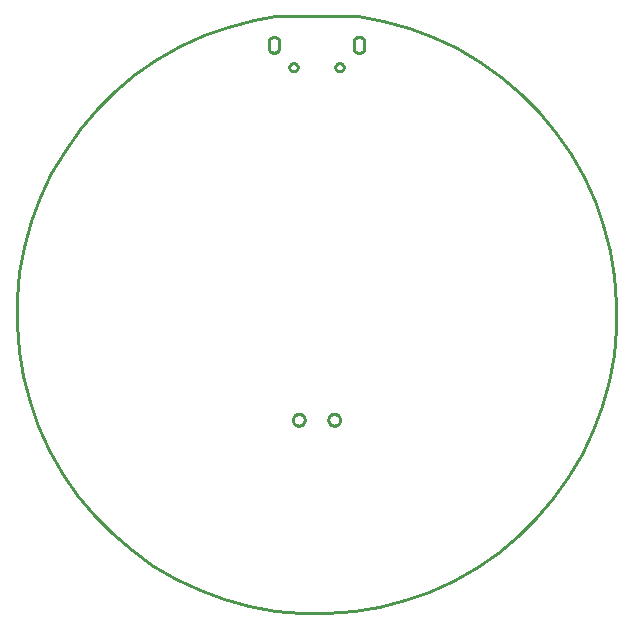
<source format=gbr>
G04 EAGLE Gerber RS-274X export*
G75*
%MOMM*%
%FSLAX34Y34*%
%LPD*%
%IN*%
%IPPOS*%
%AMOC8*
5,1,8,0,0,1.08239X$1,22.5*%
G01*
%ADD10C,0.254000*%


D10*
X-34925Y251460D02*
X-53265Y248226D01*
X-74716Y242638D01*
X-95600Y235202D01*
X-115755Y225974D01*
X-135030Y215025D01*
X-153277Y202437D01*
X-170357Y188307D01*
X-186141Y172742D01*
X-200508Y155860D01*
X-213350Y137791D01*
X-224567Y118671D01*
X-234076Y98646D01*
X-241803Y77869D01*
X-247689Y56498D01*
X-251691Y34694D01*
X-253777Y12625D01*
X-253932Y-9542D01*
X-252154Y-31638D01*
X-248457Y-53496D01*
X-242869Y-74947D01*
X-235433Y-95830D01*
X-226205Y-115986D01*
X-215256Y-135261D01*
X-202668Y-153508D01*
X-188538Y-170588D01*
X-172973Y-186372D01*
X-156091Y-200739D01*
X-138022Y-213580D01*
X-118902Y-224798D01*
X-98877Y-234306D01*
X-78100Y-242033D01*
X-56728Y-247920D01*
X-34925Y-251922D01*
X-12856Y-254008D01*
X9311Y-254163D01*
X31407Y-252385D01*
X53265Y-248688D01*
X74716Y-243100D01*
X95600Y-235664D01*
X115755Y-226436D01*
X135030Y-215487D01*
X153277Y-202899D01*
X170357Y-188769D01*
X186141Y-173204D01*
X200508Y-156322D01*
X213350Y-138253D01*
X224567Y-119133D01*
X234076Y-99108D01*
X241803Y-78331D01*
X247689Y-56959D01*
X251691Y-35156D01*
X253777Y-13087D01*
X253932Y9080D01*
X252154Y31177D01*
X248457Y53034D01*
X242869Y74485D01*
X235433Y95369D01*
X226205Y115524D01*
X215256Y134799D01*
X202668Y153046D01*
X188538Y170126D01*
X172973Y185910D01*
X156091Y200277D01*
X138022Y213119D01*
X118902Y224336D01*
X98877Y233845D01*
X78100Y241572D01*
X56728Y247458D01*
X34925Y251460D01*
X-34925Y251460D01*
X-40500Y224280D02*
X-40441Y223933D01*
X-40352Y223593D01*
X-40234Y223262D01*
X-40088Y222942D01*
X-39914Y222636D01*
X-39714Y222347D01*
X-39490Y222076D01*
X-39243Y221826D01*
X-38975Y221598D01*
X-38688Y221394D01*
X-38385Y221217D01*
X-38067Y221066D01*
X-37737Y220943D01*
X-37398Y220850D01*
X-37052Y220787D01*
X-36702Y220754D01*
X-36351Y220752D01*
X-36000Y220780D01*
X-35649Y220752D01*
X-35298Y220754D01*
X-34948Y220787D01*
X-34602Y220850D01*
X-34263Y220943D01*
X-33933Y221066D01*
X-33615Y221217D01*
X-33312Y221394D01*
X-33025Y221598D01*
X-32757Y221826D01*
X-32510Y222076D01*
X-32286Y222347D01*
X-32086Y222636D01*
X-31912Y222942D01*
X-31766Y223262D01*
X-31648Y223593D01*
X-31559Y223933D01*
X-31500Y224280D01*
X-31500Y230280D01*
X-31559Y230627D01*
X-31648Y230967D01*
X-31766Y231298D01*
X-31912Y231618D01*
X-32086Y231924D01*
X-32286Y232213D01*
X-32510Y232484D01*
X-32757Y232734D01*
X-33025Y232962D01*
X-33312Y233166D01*
X-33615Y233343D01*
X-33933Y233494D01*
X-34263Y233617D01*
X-34602Y233710D01*
X-34948Y233773D01*
X-35298Y233806D01*
X-35649Y233808D01*
X-36000Y233780D01*
X-36351Y233808D01*
X-36702Y233806D01*
X-37052Y233773D01*
X-37398Y233710D01*
X-37737Y233617D01*
X-38067Y233494D01*
X-38385Y233343D01*
X-38688Y233166D01*
X-38975Y232962D01*
X-39243Y232734D01*
X-39490Y232484D01*
X-39714Y232213D01*
X-39914Y231924D01*
X-40088Y231618D01*
X-40234Y231298D01*
X-40352Y230967D01*
X-40441Y230627D01*
X-40500Y230280D01*
X-40500Y224280D01*
X31500Y224280D02*
X31513Y223975D01*
X31553Y223672D01*
X31619Y223374D01*
X31711Y223083D01*
X31828Y222801D01*
X31969Y222530D01*
X32133Y222272D01*
X32319Y222030D01*
X32525Y221805D01*
X32750Y221599D01*
X32992Y221413D01*
X33250Y221249D01*
X33521Y221108D01*
X33803Y220991D01*
X34094Y220899D01*
X34392Y220833D01*
X34695Y220793D01*
X35000Y220780D01*
X37000Y220780D01*
X37305Y220793D01*
X37608Y220833D01*
X37906Y220899D01*
X38197Y220991D01*
X38479Y221108D01*
X38750Y221249D01*
X39008Y221413D01*
X39250Y221599D01*
X39475Y221805D01*
X39681Y222030D01*
X39867Y222272D01*
X40031Y222530D01*
X40172Y222801D01*
X40289Y223083D01*
X40381Y223374D01*
X40447Y223672D01*
X40487Y223975D01*
X40500Y224280D01*
X40500Y229780D01*
X40508Y230108D01*
X40486Y230435D01*
X40437Y230759D01*
X40359Y231078D01*
X40254Y231388D01*
X40123Y231689D01*
X39965Y231976D01*
X39783Y232249D01*
X39578Y232505D01*
X39352Y232742D01*
X39106Y232958D01*
X38842Y233153D01*
X38561Y233323D01*
X38268Y233468D01*
X37962Y233588D01*
X37647Y233680D01*
X37326Y233744D01*
X37000Y233780D01*
X35000Y233780D01*
X34674Y233744D01*
X34353Y233680D01*
X34038Y233588D01*
X33733Y233468D01*
X33439Y233323D01*
X33159Y233153D01*
X32894Y232958D01*
X32648Y232742D01*
X32422Y232505D01*
X32217Y232249D01*
X32035Y231976D01*
X31877Y231689D01*
X31746Y231388D01*
X31641Y231078D01*
X31563Y230759D01*
X31514Y230435D01*
X31492Y230108D01*
X31500Y229780D01*
X31500Y224280D01*
X16000Y208509D02*
X16060Y208964D01*
X16179Y209407D01*
X16354Y209831D01*
X16584Y210229D01*
X16863Y210593D01*
X17187Y210917D01*
X17551Y211196D01*
X17949Y211426D01*
X18373Y211601D01*
X18816Y211720D01*
X19271Y211780D01*
X19729Y211780D01*
X20184Y211720D01*
X20627Y211601D01*
X21051Y211426D01*
X21449Y211196D01*
X21813Y210917D01*
X22137Y210593D01*
X22416Y210229D01*
X22646Y209831D01*
X22821Y209407D01*
X22940Y208964D01*
X23000Y208509D01*
X23000Y208051D01*
X22940Y207596D01*
X22821Y207153D01*
X22646Y206729D01*
X22416Y206331D01*
X22137Y205967D01*
X21813Y205643D01*
X21449Y205364D01*
X21051Y205134D01*
X20627Y204959D01*
X20184Y204840D01*
X19729Y204780D01*
X19271Y204780D01*
X18816Y204840D01*
X18373Y204959D01*
X17949Y205134D01*
X17551Y205364D01*
X17187Y205643D01*
X16863Y205967D01*
X16584Y206331D01*
X16354Y206729D01*
X16179Y207153D01*
X16060Y207596D01*
X16000Y208051D01*
X16000Y208509D01*
X-23000Y208509D02*
X-22940Y208964D01*
X-22821Y209407D01*
X-22646Y209831D01*
X-22416Y210229D01*
X-22137Y210593D01*
X-21813Y210917D01*
X-21449Y211196D01*
X-21051Y211426D01*
X-20627Y211601D01*
X-20184Y211720D01*
X-19729Y211780D01*
X-19271Y211780D01*
X-18816Y211720D01*
X-18373Y211601D01*
X-17949Y211426D01*
X-17551Y211196D01*
X-17187Y210917D01*
X-16863Y210593D01*
X-16584Y210229D01*
X-16354Y209831D01*
X-16179Y209407D01*
X-16060Y208964D01*
X-16000Y208509D01*
X-16000Y208051D01*
X-16060Y207596D01*
X-16179Y207153D01*
X-16354Y206729D01*
X-16584Y206331D01*
X-16863Y205967D01*
X-17187Y205643D01*
X-17551Y205364D01*
X-17949Y205134D01*
X-18373Y204959D01*
X-18816Y204840D01*
X-19271Y204780D01*
X-19729Y204780D01*
X-20184Y204840D01*
X-20627Y204959D01*
X-21051Y205134D01*
X-21449Y205364D01*
X-21813Y205643D01*
X-22137Y205967D01*
X-22416Y206331D01*
X-22646Y206729D01*
X-22821Y207153D01*
X-22940Y207596D01*
X-23000Y208051D01*
X-23000Y208509D01*
X20000Y-90451D02*
X19937Y-91009D01*
X19812Y-91556D01*
X19627Y-92086D01*
X19383Y-92592D01*
X19084Y-93068D01*
X18734Y-93507D01*
X18337Y-93904D01*
X17898Y-94254D01*
X17422Y-94553D01*
X16916Y-94797D01*
X16386Y-94982D01*
X15839Y-95107D01*
X15281Y-95170D01*
X14719Y-95170D01*
X14161Y-95107D01*
X13614Y-94982D01*
X13084Y-94797D01*
X12578Y-94553D01*
X12102Y-94254D01*
X11663Y-93904D01*
X11266Y-93507D01*
X10916Y-93068D01*
X10617Y-92592D01*
X10373Y-92086D01*
X10188Y-91556D01*
X10063Y-91009D01*
X10000Y-90451D01*
X10000Y-89889D01*
X10063Y-89331D01*
X10188Y-88784D01*
X10373Y-88254D01*
X10617Y-87748D01*
X10916Y-87272D01*
X11266Y-86833D01*
X11663Y-86436D01*
X12102Y-86086D01*
X12578Y-85787D01*
X13084Y-85543D01*
X13614Y-85358D01*
X14161Y-85233D01*
X14719Y-85170D01*
X15281Y-85170D01*
X15839Y-85233D01*
X16386Y-85358D01*
X16916Y-85543D01*
X17422Y-85787D01*
X17898Y-86086D01*
X18337Y-86436D01*
X18734Y-86833D01*
X19084Y-87272D01*
X19383Y-87748D01*
X19627Y-88254D01*
X19812Y-88784D01*
X19937Y-89331D01*
X20000Y-89889D01*
X20000Y-90451D01*
X-10000Y-90451D02*
X-10063Y-91009D01*
X-10188Y-91556D01*
X-10373Y-92086D01*
X-10617Y-92592D01*
X-10916Y-93068D01*
X-11266Y-93507D01*
X-11663Y-93904D01*
X-12102Y-94254D01*
X-12578Y-94553D01*
X-13084Y-94797D01*
X-13614Y-94982D01*
X-14161Y-95107D01*
X-14719Y-95170D01*
X-15281Y-95170D01*
X-15839Y-95107D01*
X-16386Y-94982D01*
X-16916Y-94797D01*
X-17422Y-94553D01*
X-17898Y-94254D01*
X-18337Y-93904D01*
X-18734Y-93507D01*
X-19084Y-93068D01*
X-19383Y-92592D01*
X-19627Y-92086D01*
X-19812Y-91556D01*
X-19937Y-91009D01*
X-20000Y-90451D01*
X-20000Y-89889D01*
X-19937Y-89331D01*
X-19812Y-88784D01*
X-19627Y-88254D01*
X-19383Y-87748D01*
X-19084Y-87272D01*
X-18734Y-86833D01*
X-18337Y-86436D01*
X-17898Y-86086D01*
X-17422Y-85787D01*
X-16916Y-85543D01*
X-16386Y-85358D01*
X-15839Y-85233D01*
X-15281Y-85170D01*
X-14719Y-85170D01*
X-14161Y-85233D01*
X-13614Y-85358D01*
X-13084Y-85543D01*
X-12578Y-85787D01*
X-12102Y-86086D01*
X-11663Y-86436D01*
X-11266Y-86833D01*
X-10916Y-87272D01*
X-10617Y-87748D01*
X-10373Y-88254D01*
X-10188Y-88784D01*
X-10063Y-89331D01*
X-10000Y-89889D01*
X-10000Y-90451D01*
M02*

</source>
